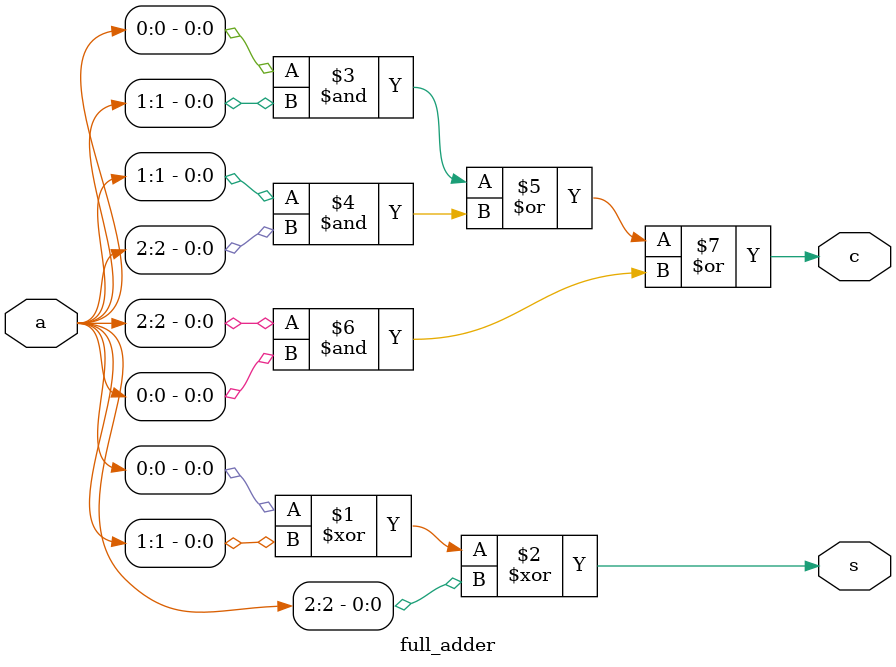
<source format=v>
module full_adder (input [2:0]a,output s,c);
  assign s=a[0]^a[1]^a[2];
  assign c=(a[0]&a[1])|(a[1]&a[2])|(a[2]&a[0]);
endmodule

</source>
